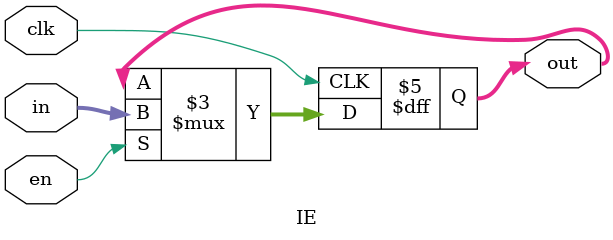
<source format=v>
`timescale 1ns / 1ps


module IE(clk, en, in, out);
    input [31:0]in;
    input clk, en;
    
    output reg [31:0]out;
    
    always@(posedge clk) begin
        if(en) out = in;
    end
    
endmodule

</source>
